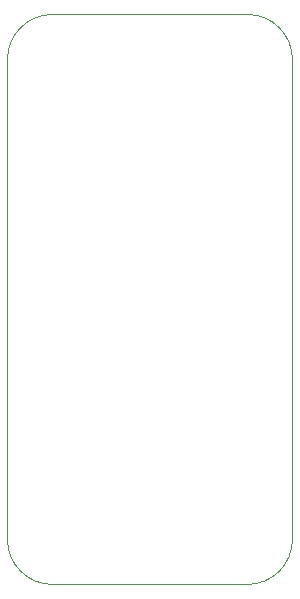
<source format=gbr>
%TF.GenerationSoftware,KiCad,Pcbnew,(5.1.7)-1*%
%TF.CreationDate,2020-11-01T08:55:33-06:00*%
%TF.ProjectId,MuffPiSMT,4d756666-5069-4534-9d54-2e6b69636164,rev?*%
%TF.SameCoordinates,Original*%
%TF.FileFunction,Profile,NP*%
%FSLAX46Y46*%
G04 Gerber Fmt 4.6, Leading zero omitted, Abs format (unit mm)*
G04 Created by KiCad (PCBNEW (5.1.7)-1) date 2020-11-01 08:55:33*
%MOMM*%
%LPD*%
G01*
G04 APERTURE LIST*
%TA.AperFunction,Profile*%
%ADD10C,0.050000*%
%TD*%
G04 APERTURE END LIST*
D10*
X116840000Y-120650000D02*
X116840000Y-80010000D01*
X137160000Y-124460000D02*
X120650000Y-124460000D01*
X140970000Y-80010000D02*
X140970000Y-120650000D01*
X120650000Y-76200000D02*
X137160000Y-76200000D01*
X140970000Y-120650000D02*
G75*
G02*
X137160000Y-124460000I-3810000J0D01*
G01*
X120650000Y-124460000D02*
G75*
G02*
X116840000Y-120650000I0J3810000D01*
G01*
X116840000Y-80010000D02*
G75*
G02*
X120650000Y-76200000I3810000J0D01*
G01*
X137160000Y-76200000D02*
G75*
G02*
X140970000Y-80010000I0J-3810000D01*
G01*
M02*

</source>
